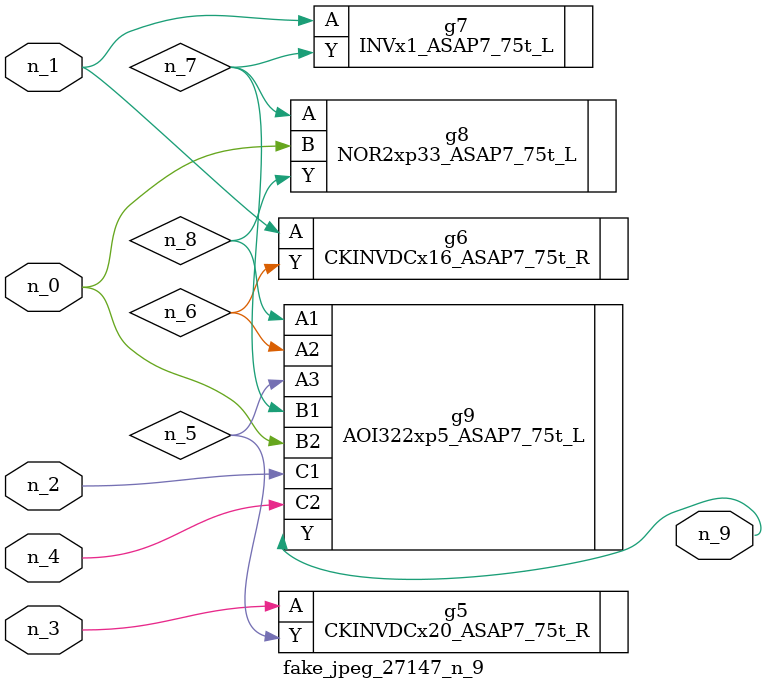
<source format=v>
module fake_jpeg_27147_n_9 (n_3, n_2, n_1, n_0, n_4, n_9);

input n_3;
input n_2;
input n_1;
input n_0;
input n_4;

output n_9;

wire n_8;
wire n_6;
wire n_5;
wire n_7;

CKINVDCx20_ASAP7_75t_R g5 ( 
.A(n_3),
.Y(n_5)
);

CKINVDCx16_ASAP7_75t_R g6 ( 
.A(n_1),
.Y(n_6)
);

INVx1_ASAP7_75t_L g7 ( 
.A(n_1),
.Y(n_7)
);

NOR2xp33_ASAP7_75t_L g8 ( 
.A(n_7),
.B(n_0),
.Y(n_8)
);

AOI322xp5_ASAP7_75t_L g9 ( 
.A1(n_8),
.A2(n_6),
.A3(n_5),
.B1(n_7),
.B2(n_0),
.C1(n_2),
.C2(n_4),
.Y(n_9)
);


endmodule
</source>
